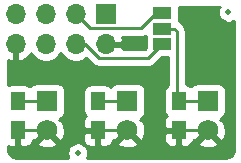
<source format=gbr>
%TF.GenerationSoftware,KiCad,Pcbnew,(5.1.10-1-10_14)*%
%TF.CreationDate,2022-01-10T10:47:52-08:00*%
%TF.ProjectId,ThermistorExpander-kicad,54686572-6d69-4737-946f-72457870616e,rev?*%
%TF.SameCoordinates,Original*%
%TF.FileFunction,Copper,L2,Bot*%
%TF.FilePolarity,Positive*%
%FSLAX46Y46*%
G04 Gerber Fmt 4.6, Leading zero omitted, Abs format (unit mm)*
G04 Created by KiCad (PCBNEW (5.1.10-1-10_14)) date 2022-01-10 10:47:52*
%MOMM*%
%LPD*%
G01*
G04 APERTURE LIST*
%TA.AperFunction,SMDPad,CuDef*%
%ADD10C,0.500000*%
%TD*%
%TA.AperFunction,SMDPad,CuDef*%
%ADD11R,1.250000X1.500000*%
%TD*%
%TA.AperFunction,ComponentPad*%
%ADD12R,1.700000X1.700000*%
%TD*%
%TA.AperFunction,ComponentPad*%
%ADD13O,1.700000X1.700000*%
%TD*%
%TA.AperFunction,ComponentPad*%
%ADD14R,1.750000X1.750000*%
%TD*%
%TA.AperFunction,ComponentPad*%
%ADD15C,1.750000*%
%TD*%
%TA.AperFunction,SMDPad,CuDef*%
%ADD16R,1.500000X1.000000*%
%TD*%
%TA.AperFunction,ViaPad*%
%ADD17C,0.800000*%
%TD*%
%TA.AperFunction,Conductor*%
%ADD18C,0.250000*%
%TD*%
%TA.AperFunction,Conductor*%
%ADD19C,0.254000*%
%TD*%
%TA.AperFunction,Conductor*%
%ADD20C,0.100000*%
%TD*%
G04 APERTURE END LIST*
D10*
%TO.P,FID2,~*%
%TO.N,N/C*%
X138658600Y-74752200D03*
%TD*%
%TO.P,FID1,~*%
%TO.N,N/C*%
X125882400Y-86664800D03*
%TD*%
D11*
%TO.P,C4,1*%
%TO.N,/TH4*%
X134442200Y-82258600D03*
%TO.P,C4,2*%
%TO.N,GND*%
X134442200Y-84758600D03*
%TD*%
%TO.P,C3,1*%
%TO.N,/TH3*%
X127609600Y-82265200D03*
%TO.P,C3,2*%
%TO.N,GND*%
X127609600Y-84765200D03*
%TD*%
%TO.P,C2,1*%
%TO.N,/TH2*%
X120827800Y-82265200D03*
%TO.P,C2,2*%
%TO.N,GND*%
X120827800Y-84765200D03*
%TD*%
D12*
%TO.P,J1,1*%
%TO.N,Net-(J1-Pad1)*%
X128270000Y-74930000D03*
D13*
%TO.P,J1,2*%
%TO.N,GND*%
X128270000Y-77470000D03*
%TO.P,J1,3*%
%TO.N,/V2.0*%
X125730000Y-74930000D03*
%TO.P,J1,4*%
%TO.N,/V3.0*%
X125730000Y-77470000D03*
%TO.P,J1,5*%
%TO.N,/TH2*%
X123190000Y-74930000D03*
%TO.P,J1,6*%
%TO.N,/TH3*%
X123190000Y-77470000D03*
%TO.P,J1,7*%
%TO.N,Net-(J1-Pad7)*%
X120650000Y-74930000D03*
%TO.P,J1,8*%
%TO.N,GND*%
X120650000Y-77470000D03*
%TD*%
D14*
%TO.P,J4,1*%
%TO.N,/TH4*%
X136906000Y-82270600D03*
D15*
%TO.P,J4,2*%
%TO.N,GND*%
X136906000Y-84770600D03*
%TD*%
D14*
%TO.P,J3,1*%
%TO.N,/TH3*%
X130098800Y-82270600D03*
D15*
%TO.P,J3,2*%
%TO.N,GND*%
X130098800Y-84770600D03*
%TD*%
D14*
%TO.P,J2,1*%
%TO.N,/TH2*%
X123291600Y-82270600D03*
D15*
%TO.P,J2,2*%
%TO.N,GND*%
X123291600Y-84770600D03*
%TD*%
D16*
%TO.P,JP1,1*%
%TO.N,/V3.0*%
X133070600Y-77449200D03*
%TO.P,JP1,2*%
%TO.N,/TH4*%
X133070600Y-76149200D03*
%TO.P,JP1,3*%
%TO.N,/V2.0*%
X133070600Y-74849200D03*
%TD*%
D17*
%TO.N,GND*%
X136601200Y-76022200D03*
%TD*%
D18*
%TO.N,/TH2*%
X120670000Y-82270600D02*
X120650000Y-82290600D01*
X120833200Y-82270600D02*
X120827800Y-82265200D01*
X123291600Y-82270600D02*
X120833200Y-82270600D01*
%TO.N,GND*%
X136894000Y-84758600D02*
X136906000Y-84770600D01*
X134442200Y-84758600D02*
X136894000Y-84758600D01*
X130093400Y-84765200D02*
X130098800Y-84770600D01*
X127609600Y-84765200D02*
X130093400Y-84765200D01*
X123286200Y-84765200D02*
X123291600Y-84770600D01*
X120827800Y-84765200D02*
X123286200Y-84765200D01*
%TO.N,/TH3*%
X127528000Y-82270600D02*
X127457200Y-82341400D01*
X130093400Y-82265200D02*
X130098800Y-82270600D01*
X127609600Y-82265200D02*
X130093400Y-82265200D01*
%TO.N,/TH4*%
X134264400Y-76343000D02*
X134264400Y-82296000D01*
X134070600Y-76149200D02*
X134264400Y-76343000D01*
X133070600Y-76149200D02*
X134070600Y-76149200D01*
X136894000Y-82258600D02*
X136906000Y-82270600D01*
X134442200Y-82258600D02*
X136894000Y-82258600D01*
%TO.N,/V2.0*%
X132535598Y-74849200D02*
X133070600Y-74849200D01*
X126905001Y-76105001D02*
X131279797Y-76105001D01*
X131279797Y-76105001D02*
X132535598Y-74849200D01*
X125730000Y-74930000D02*
X126905001Y-76105001D01*
%TO.N,/V3.0*%
X127705999Y-78645001D02*
X131874799Y-78645001D01*
X131874799Y-78645001D02*
X133070600Y-77449200D01*
X126530998Y-77470000D02*
X127705999Y-78645001D01*
X125730000Y-77470000D02*
X126530998Y-77470000D01*
%TD*%
D19*
%TO.N,GND*%
X137874323Y-74332995D02*
X137807610Y-74494055D01*
X137773600Y-74665035D01*
X137773600Y-74839365D01*
X137807610Y-75010345D01*
X137874323Y-75171405D01*
X137971176Y-75316355D01*
X138094445Y-75439624D01*
X138239395Y-75536477D01*
X138400455Y-75603190D01*
X138571435Y-75637200D01*
X138745765Y-75637200D01*
X138916745Y-75603190D01*
X139077805Y-75536477D01*
X139116201Y-75510822D01*
X139116200Y-86429321D01*
X139101478Y-86579469D01*
X139067247Y-86692846D01*
X139011646Y-86797417D01*
X138936794Y-86889195D01*
X138845535Y-86964691D01*
X138741360Y-87021019D01*
X138628224Y-87056040D01*
X138480179Y-87071600D01*
X126671815Y-87071600D01*
X126733390Y-86922945D01*
X126767400Y-86751965D01*
X126767400Y-86577635D01*
X126733390Y-86406655D01*
X126666677Y-86245595D01*
X126569824Y-86100645D01*
X126446555Y-85977376D01*
X126301605Y-85880523D01*
X126140545Y-85813810D01*
X125969565Y-85779800D01*
X125795235Y-85779800D01*
X125624255Y-85813810D01*
X125463195Y-85880523D01*
X125318245Y-85977376D01*
X125194976Y-86100645D01*
X125098123Y-86245595D01*
X125031410Y-86406655D01*
X124997400Y-86577635D01*
X124997400Y-86751965D01*
X125031410Y-86922945D01*
X125092985Y-87071600D01*
X120656879Y-87071600D01*
X120506731Y-87056878D01*
X120393354Y-87022647D01*
X120288783Y-86967046D01*
X120197005Y-86892194D01*
X120121509Y-86800935D01*
X120065181Y-86696760D01*
X120030160Y-86583624D01*
X120014600Y-86435579D01*
X120014600Y-86121683D01*
X120078318Y-86141012D01*
X120202800Y-86153272D01*
X120542050Y-86150200D01*
X120700800Y-85991450D01*
X120700800Y-84892200D01*
X120680800Y-84892200D01*
X120680800Y-84638200D01*
X120700800Y-84638200D01*
X120700800Y-84618200D01*
X120954800Y-84618200D01*
X120954800Y-84638200D01*
X120974800Y-84638200D01*
X120974800Y-84892200D01*
X120954800Y-84892200D01*
X120954800Y-85991450D01*
X121113550Y-86150200D01*
X121452800Y-86153272D01*
X121577282Y-86141012D01*
X121696980Y-86104702D01*
X121807294Y-86045737D01*
X121903985Y-85966385D01*
X121983337Y-85869694D01*
X122011588Y-85816840D01*
X122424965Y-85816840D01*
X122505625Y-86068468D01*
X122773929Y-86196867D01*
X123062126Y-86270455D01*
X123359143Y-86286404D01*
X123653563Y-86244101D01*
X123934074Y-86145172D01*
X124077575Y-86068468D01*
X124158235Y-85816840D01*
X123291600Y-84950205D01*
X122424965Y-85816840D01*
X122011588Y-85816840D01*
X122042302Y-85759380D01*
X122078612Y-85639682D01*
X122083949Y-85585494D01*
X122245360Y-85637235D01*
X123111995Y-84770600D01*
X123097853Y-84756458D01*
X123277458Y-84576853D01*
X123291600Y-84590995D01*
X123305743Y-84576853D01*
X123485348Y-84756458D01*
X123471205Y-84770600D01*
X124337840Y-85637235D01*
X124589468Y-85556575D01*
X124609268Y-85515200D01*
X126346528Y-85515200D01*
X126358788Y-85639682D01*
X126395098Y-85759380D01*
X126454063Y-85869694D01*
X126533415Y-85966385D01*
X126630106Y-86045737D01*
X126740420Y-86104702D01*
X126860118Y-86141012D01*
X126984600Y-86153272D01*
X127323850Y-86150200D01*
X127482600Y-85991450D01*
X127482600Y-84892200D01*
X126508350Y-84892200D01*
X126349600Y-85050950D01*
X126346528Y-85515200D01*
X124609268Y-85515200D01*
X124717867Y-85288271D01*
X124791455Y-85000074D01*
X124807404Y-84703057D01*
X124765101Y-84408637D01*
X124666172Y-84128126D01*
X124589468Y-83984625D01*
X124337842Y-83903966D01*
X124453867Y-83787941D01*
X124403298Y-83737372D01*
X124410780Y-83735102D01*
X124521094Y-83676137D01*
X124617785Y-83596785D01*
X124697137Y-83500094D01*
X124756102Y-83389780D01*
X124792412Y-83270082D01*
X124804672Y-83145600D01*
X124804672Y-81515200D01*
X126346528Y-81515200D01*
X126346528Y-83015200D01*
X126358788Y-83139682D01*
X126395098Y-83259380D01*
X126454063Y-83369694D01*
X126533415Y-83466385D01*
X126592896Y-83515200D01*
X126533415Y-83564015D01*
X126454063Y-83660706D01*
X126395098Y-83771020D01*
X126358788Y-83890718D01*
X126346528Y-84015200D01*
X126349600Y-84479450D01*
X126508350Y-84638200D01*
X127482600Y-84638200D01*
X127482600Y-84618200D01*
X127736600Y-84618200D01*
X127736600Y-84638200D01*
X127756600Y-84638200D01*
X127756600Y-84892200D01*
X127736600Y-84892200D01*
X127736600Y-85991450D01*
X127895350Y-86150200D01*
X128234600Y-86153272D01*
X128359082Y-86141012D01*
X128478780Y-86104702D01*
X128589094Y-86045737D01*
X128685785Y-85966385D01*
X128765137Y-85869694D01*
X128793388Y-85816840D01*
X129232165Y-85816840D01*
X129312825Y-86068468D01*
X129581129Y-86196867D01*
X129869326Y-86270455D01*
X130166343Y-86286404D01*
X130460763Y-86244101D01*
X130741274Y-86145172D01*
X130884775Y-86068468D01*
X130965435Y-85816840D01*
X130098800Y-84950205D01*
X129232165Y-85816840D01*
X128793388Y-85816840D01*
X128824102Y-85759380D01*
X128860412Y-85639682D01*
X128866526Y-85577601D01*
X129052560Y-85637235D01*
X129919195Y-84770600D01*
X129905053Y-84756458D01*
X130084658Y-84576853D01*
X130098800Y-84590995D01*
X130112943Y-84576853D01*
X130292548Y-84756458D01*
X130278405Y-84770600D01*
X131145040Y-85637235D01*
X131396668Y-85556575D01*
X131419626Y-85508600D01*
X133179128Y-85508600D01*
X133191388Y-85633082D01*
X133227698Y-85752780D01*
X133286663Y-85863094D01*
X133366015Y-85959785D01*
X133462706Y-86039137D01*
X133573020Y-86098102D01*
X133692718Y-86134412D01*
X133817200Y-86146672D01*
X134156450Y-86143600D01*
X134315200Y-85984850D01*
X134315200Y-84885600D01*
X133340950Y-84885600D01*
X133182200Y-85044350D01*
X133179128Y-85508600D01*
X131419626Y-85508600D01*
X131525067Y-85288271D01*
X131598655Y-85000074D01*
X131614604Y-84703057D01*
X131572301Y-84408637D01*
X131473372Y-84128126D01*
X131396668Y-83984625D01*
X131145042Y-83903966D01*
X131261067Y-83787941D01*
X131210498Y-83737372D01*
X131217980Y-83735102D01*
X131328294Y-83676137D01*
X131424985Y-83596785D01*
X131504337Y-83500094D01*
X131563302Y-83389780D01*
X131599612Y-83270082D01*
X131611872Y-83145600D01*
X131611872Y-81395600D01*
X131599612Y-81271118D01*
X131563302Y-81151420D01*
X131504337Y-81041106D01*
X131424985Y-80944415D01*
X131328294Y-80865063D01*
X131217980Y-80806098D01*
X131098282Y-80769788D01*
X130973800Y-80757528D01*
X129223800Y-80757528D01*
X129099318Y-80769788D01*
X128979620Y-80806098D01*
X128869306Y-80865063D01*
X128772615Y-80944415D01*
X128693263Y-81041106D01*
X128682471Y-81061296D01*
X128589094Y-80984663D01*
X128478780Y-80925698D01*
X128359082Y-80889388D01*
X128234600Y-80877128D01*
X126984600Y-80877128D01*
X126860118Y-80889388D01*
X126740420Y-80925698D01*
X126630106Y-80984663D01*
X126533415Y-81064015D01*
X126454063Y-81160706D01*
X126395098Y-81271020D01*
X126358788Y-81390718D01*
X126346528Y-81515200D01*
X124804672Y-81515200D01*
X124804672Y-81395600D01*
X124792412Y-81271118D01*
X124756102Y-81151420D01*
X124697137Y-81041106D01*
X124617785Y-80944415D01*
X124521094Y-80865063D01*
X124410780Y-80806098D01*
X124291082Y-80769788D01*
X124166600Y-80757528D01*
X122416600Y-80757528D01*
X122292118Y-80769788D01*
X122172420Y-80806098D01*
X122062106Y-80865063D01*
X121965415Y-80944415D01*
X121886063Y-81041106D01*
X121883016Y-81046806D01*
X121807294Y-80984663D01*
X121696980Y-80925698D01*
X121577282Y-80889388D01*
X121452800Y-80877128D01*
X120202800Y-80877128D01*
X120078318Y-80889388D01*
X120014600Y-80908717D01*
X120014600Y-78804285D01*
X120145901Y-78866825D01*
X120293110Y-78911476D01*
X120523000Y-78790155D01*
X120523000Y-77597000D01*
X120503000Y-77597000D01*
X120503000Y-77343000D01*
X120523000Y-77343000D01*
X120523000Y-77323000D01*
X120777000Y-77323000D01*
X120777000Y-77343000D01*
X120797000Y-77343000D01*
X120797000Y-77597000D01*
X120777000Y-77597000D01*
X120777000Y-78790155D01*
X121006890Y-78911476D01*
X121154099Y-78866825D01*
X121416920Y-78741641D01*
X121650269Y-78567588D01*
X121845178Y-78351355D01*
X121914805Y-78234466D01*
X122036525Y-78416632D01*
X122243368Y-78623475D01*
X122486589Y-78785990D01*
X122756842Y-78897932D01*
X123043740Y-78955000D01*
X123336260Y-78955000D01*
X123623158Y-78897932D01*
X123893411Y-78785990D01*
X124136632Y-78623475D01*
X124343475Y-78416632D01*
X124460000Y-78242240D01*
X124576525Y-78416632D01*
X124783368Y-78623475D01*
X125026589Y-78785990D01*
X125296842Y-78897932D01*
X125583740Y-78955000D01*
X125876260Y-78955000D01*
X126163158Y-78897932D01*
X126433411Y-78785990D01*
X126636492Y-78650296D01*
X127142200Y-79156004D01*
X127165998Y-79185002D01*
X127281723Y-79279975D01*
X127413752Y-79350547D01*
X127557013Y-79394004D01*
X127668666Y-79405001D01*
X127668675Y-79405001D01*
X127705998Y-79408677D01*
X127743321Y-79405001D01*
X131837477Y-79405001D01*
X131874799Y-79408677D01*
X131912121Y-79405001D01*
X131912132Y-79405001D01*
X132023785Y-79394004D01*
X132167046Y-79350547D01*
X132299075Y-79279975D01*
X132414800Y-79185002D01*
X132438603Y-79155998D01*
X133007329Y-78587272D01*
X133504400Y-78587272D01*
X133504401Y-80955776D01*
X133462706Y-80978063D01*
X133366015Y-81057415D01*
X133286663Y-81154106D01*
X133227698Y-81264420D01*
X133191388Y-81384118D01*
X133179128Y-81508600D01*
X133179128Y-83008600D01*
X133191388Y-83133082D01*
X133227698Y-83252780D01*
X133286663Y-83363094D01*
X133366015Y-83459785D01*
X133425496Y-83508600D01*
X133366015Y-83557415D01*
X133286663Y-83654106D01*
X133227698Y-83764420D01*
X133191388Y-83884118D01*
X133179128Y-84008600D01*
X133182200Y-84472850D01*
X133340950Y-84631600D01*
X134315200Y-84631600D01*
X134315200Y-84611600D01*
X134569200Y-84611600D01*
X134569200Y-84631600D01*
X134589200Y-84631600D01*
X134589200Y-84885600D01*
X134569200Y-84885600D01*
X134569200Y-85984850D01*
X134727950Y-86143600D01*
X135067200Y-86146672D01*
X135191682Y-86134412D01*
X135311380Y-86098102D01*
X135421694Y-86039137D01*
X135518385Y-85959785D01*
X135597737Y-85863094D01*
X135622460Y-85816840D01*
X136039365Y-85816840D01*
X136120025Y-86068468D01*
X136388329Y-86196867D01*
X136676526Y-86270455D01*
X136973543Y-86286404D01*
X137267963Y-86244101D01*
X137548474Y-86145172D01*
X137691975Y-86068468D01*
X137772635Y-85816840D01*
X136906000Y-84950205D01*
X136039365Y-85816840D01*
X135622460Y-85816840D01*
X135656702Y-85752780D01*
X135693012Y-85633082D01*
X135697719Y-85585292D01*
X135859760Y-85637235D01*
X136726395Y-84770600D01*
X136712253Y-84756458D01*
X136891858Y-84576853D01*
X136906000Y-84590995D01*
X136920143Y-84576853D01*
X137099748Y-84756458D01*
X137085605Y-84770600D01*
X137952240Y-85637235D01*
X138203868Y-85556575D01*
X138332267Y-85288271D01*
X138405855Y-85000074D01*
X138421804Y-84703057D01*
X138379501Y-84408637D01*
X138280572Y-84128126D01*
X138203868Y-83984625D01*
X137952242Y-83903966D01*
X138068267Y-83787941D01*
X138017698Y-83737372D01*
X138025180Y-83735102D01*
X138135494Y-83676137D01*
X138232185Y-83596785D01*
X138311537Y-83500094D01*
X138370502Y-83389780D01*
X138406812Y-83270082D01*
X138419072Y-83145600D01*
X138419072Y-81395600D01*
X138406812Y-81271118D01*
X138370502Y-81151420D01*
X138311537Y-81041106D01*
X138232185Y-80944415D01*
X138135494Y-80865063D01*
X138025180Y-80806098D01*
X137905482Y-80769788D01*
X137781000Y-80757528D01*
X136031000Y-80757528D01*
X135906518Y-80769788D01*
X135786820Y-80806098D01*
X135676506Y-80865063D01*
X135579815Y-80944415D01*
X135500463Y-81041106D01*
X135499868Y-81042219D01*
X135421694Y-80978063D01*
X135311380Y-80919098D01*
X135191682Y-80882788D01*
X135067200Y-80870528D01*
X135024400Y-80870528D01*
X135024400Y-76380333D01*
X135028077Y-76343000D01*
X135013403Y-76194014D01*
X134995348Y-76134494D01*
X134969946Y-76050753D01*
X134899374Y-75918724D01*
X134804401Y-75802999D01*
X134775398Y-75779197D01*
X134634404Y-75638203D01*
X134610601Y-75609199D01*
X134494876Y-75514226D01*
X134442591Y-75486279D01*
X134446412Y-75473682D01*
X134458672Y-75349200D01*
X134458672Y-74349200D01*
X134453295Y-74294600D01*
X137899978Y-74294600D01*
X137874323Y-74332995D01*
%TA.AperFunction,Conductor*%
D20*
G36*
X137874323Y-74332995D02*
G01*
X137807610Y-74494055D01*
X137773600Y-74665035D01*
X137773600Y-74839365D01*
X137807610Y-75010345D01*
X137874323Y-75171405D01*
X137971176Y-75316355D01*
X138094445Y-75439624D01*
X138239395Y-75536477D01*
X138400455Y-75603190D01*
X138571435Y-75637200D01*
X138745765Y-75637200D01*
X138916745Y-75603190D01*
X139077805Y-75536477D01*
X139116201Y-75510822D01*
X139116200Y-86429321D01*
X139101478Y-86579469D01*
X139067247Y-86692846D01*
X139011646Y-86797417D01*
X138936794Y-86889195D01*
X138845535Y-86964691D01*
X138741360Y-87021019D01*
X138628224Y-87056040D01*
X138480179Y-87071600D01*
X126671815Y-87071600D01*
X126733390Y-86922945D01*
X126767400Y-86751965D01*
X126767400Y-86577635D01*
X126733390Y-86406655D01*
X126666677Y-86245595D01*
X126569824Y-86100645D01*
X126446555Y-85977376D01*
X126301605Y-85880523D01*
X126140545Y-85813810D01*
X125969565Y-85779800D01*
X125795235Y-85779800D01*
X125624255Y-85813810D01*
X125463195Y-85880523D01*
X125318245Y-85977376D01*
X125194976Y-86100645D01*
X125098123Y-86245595D01*
X125031410Y-86406655D01*
X124997400Y-86577635D01*
X124997400Y-86751965D01*
X125031410Y-86922945D01*
X125092985Y-87071600D01*
X120656879Y-87071600D01*
X120506731Y-87056878D01*
X120393354Y-87022647D01*
X120288783Y-86967046D01*
X120197005Y-86892194D01*
X120121509Y-86800935D01*
X120065181Y-86696760D01*
X120030160Y-86583624D01*
X120014600Y-86435579D01*
X120014600Y-86121683D01*
X120078318Y-86141012D01*
X120202800Y-86153272D01*
X120542050Y-86150200D01*
X120700800Y-85991450D01*
X120700800Y-84892200D01*
X120680800Y-84892200D01*
X120680800Y-84638200D01*
X120700800Y-84638200D01*
X120700800Y-84618200D01*
X120954800Y-84618200D01*
X120954800Y-84638200D01*
X120974800Y-84638200D01*
X120974800Y-84892200D01*
X120954800Y-84892200D01*
X120954800Y-85991450D01*
X121113550Y-86150200D01*
X121452800Y-86153272D01*
X121577282Y-86141012D01*
X121696980Y-86104702D01*
X121807294Y-86045737D01*
X121903985Y-85966385D01*
X121983337Y-85869694D01*
X122011588Y-85816840D01*
X122424965Y-85816840D01*
X122505625Y-86068468D01*
X122773929Y-86196867D01*
X123062126Y-86270455D01*
X123359143Y-86286404D01*
X123653563Y-86244101D01*
X123934074Y-86145172D01*
X124077575Y-86068468D01*
X124158235Y-85816840D01*
X123291600Y-84950205D01*
X122424965Y-85816840D01*
X122011588Y-85816840D01*
X122042302Y-85759380D01*
X122078612Y-85639682D01*
X122083949Y-85585494D01*
X122245360Y-85637235D01*
X123111995Y-84770600D01*
X123097853Y-84756458D01*
X123277458Y-84576853D01*
X123291600Y-84590995D01*
X123305743Y-84576853D01*
X123485348Y-84756458D01*
X123471205Y-84770600D01*
X124337840Y-85637235D01*
X124589468Y-85556575D01*
X124609268Y-85515200D01*
X126346528Y-85515200D01*
X126358788Y-85639682D01*
X126395098Y-85759380D01*
X126454063Y-85869694D01*
X126533415Y-85966385D01*
X126630106Y-86045737D01*
X126740420Y-86104702D01*
X126860118Y-86141012D01*
X126984600Y-86153272D01*
X127323850Y-86150200D01*
X127482600Y-85991450D01*
X127482600Y-84892200D01*
X126508350Y-84892200D01*
X126349600Y-85050950D01*
X126346528Y-85515200D01*
X124609268Y-85515200D01*
X124717867Y-85288271D01*
X124791455Y-85000074D01*
X124807404Y-84703057D01*
X124765101Y-84408637D01*
X124666172Y-84128126D01*
X124589468Y-83984625D01*
X124337842Y-83903966D01*
X124453867Y-83787941D01*
X124403298Y-83737372D01*
X124410780Y-83735102D01*
X124521094Y-83676137D01*
X124617785Y-83596785D01*
X124697137Y-83500094D01*
X124756102Y-83389780D01*
X124792412Y-83270082D01*
X124804672Y-83145600D01*
X124804672Y-81515200D01*
X126346528Y-81515200D01*
X126346528Y-83015200D01*
X126358788Y-83139682D01*
X126395098Y-83259380D01*
X126454063Y-83369694D01*
X126533415Y-83466385D01*
X126592896Y-83515200D01*
X126533415Y-83564015D01*
X126454063Y-83660706D01*
X126395098Y-83771020D01*
X126358788Y-83890718D01*
X126346528Y-84015200D01*
X126349600Y-84479450D01*
X126508350Y-84638200D01*
X127482600Y-84638200D01*
X127482600Y-84618200D01*
X127736600Y-84618200D01*
X127736600Y-84638200D01*
X127756600Y-84638200D01*
X127756600Y-84892200D01*
X127736600Y-84892200D01*
X127736600Y-85991450D01*
X127895350Y-86150200D01*
X128234600Y-86153272D01*
X128359082Y-86141012D01*
X128478780Y-86104702D01*
X128589094Y-86045737D01*
X128685785Y-85966385D01*
X128765137Y-85869694D01*
X128793388Y-85816840D01*
X129232165Y-85816840D01*
X129312825Y-86068468D01*
X129581129Y-86196867D01*
X129869326Y-86270455D01*
X130166343Y-86286404D01*
X130460763Y-86244101D01*
X130741274Y-86145172D01*
X130884775Y-86068468D01*
X130965435Y-85816840D01*
X130098800Y-84950205D01*
X129232165Y-85816840D01*
X128793388Y-85816840D01*
X128824102Y-85759380D01*
X128860412Y-85639682D01*
X128866526Y-85577601D01*
X129052560Y-85637235D01*
X129919195Y-84770600D01*
X129905053Y-84756458D01*
X130084658Y-84576853D01*
X130098800Y-84590995D01*
X130112943Y-84576853D01*
X130292548Y-84756458D01*
X130278405Y-84770600D01*
X131145040Y-85637235D01*
X131396668Y-85556575D01*
X131419626Y-85508600D01*
X133179128Y-85508600D01*
X133191388Y-85633082D01*
X133227698Y-85752780D01*
X133286663Y-85863094D01*
X133366015Y-85959785D01*
X133462706Y-86039137D01*
X133573020Y-86098102D01*
X133692718Y-86134412D01*
X133817200Y-86146672D01*
X134156450Y-86143600D01*
X134315200Y-85984850D01*
X134315200Y-84885600D01*
X133340950Y-84885600D01*
X133182200Y-85044350D01*
X133179128Y-85508600D01*
X131419626Y-85508600D01*
X131525067Y-85288271D01*
X131598655Y-85000074D01*
X131614604Y-84703057D01*
X131572301Y-84408637D01*
X131473372Y-84128126D01*
X131396668Y-83984625D01*
X131145042Y-83903966D01*
X131261067Y-83787941D01*
X131210498Y-83737372D01*
X131217980Y-83735102D01*
X131328294Y-83676137D01*
X131424985Y-83596785D01*
X131504337Y-83500094D01*
X131563302Y-83389780D01*
X131599612Y-83270082D01*
X131611872Y-83145600D01*
X131611872Y-81395600D01*
X131599612Y-81271118D01*
X131563302Y-81151420D01*
X131504337Y-81041106D01*
X131424985Y-80944415D01*
X131328294Y-80865063D01*
X131217980Y-80806098D01*
X131098282Y-80769788D01*
X130973800Y-80757528D01*
X129223800Y-80757528D01*
X129099318Y-80769788D01*
X128979620Y-80806098D01*
X128869306Y-80865063D01*
X128772615Y-80944415D01*
X128693263Y-81041106D01*
X128682471Y-81061296D01*
X128589094Y-80984663D01*
X128478780Y-80925698D01*
X128359082Y-80889388D01*
X128234600Y-80877128D01*
X126984600Y-80877128D01*
X126860118Y-80889388D01*
X126740420Y-80925698D01*
X126630106Y-80984663D01*
X126533415Y-81064015D01*
X126454063Y-81160706D01*
X126395098Y-81271020D01*
X126358788Y-81390718D01*
X126346528Y-81515200D01*
X124804672Y-81515200D01*
X124804672Y-81395600D01*
X124792412Y-81271118D01*
X124756102Y-81151420D01*
X124697137Y-81041106D01*
X124617785Y-80944415D01*
X124521094Y-80865063D01*
X124410780Y-80806098D01*
X124291082Y-80769788D01*
X124166600Y-80757528D01*
X122416600Y-80757528D01*
X122292118Y-80769788D01*
X122172420Y-80806098D01*
X122062106Y-80865063D01*
X121965415Y-80944415D01*
X121886063Y-81041106D01*
X121883016Y-81046806D01*
X121807294Y-80984663D01*
X121696980Y-80925698D01*
X121577282Y-80889388D01*
X121452800Y-80877128D01*
X120202800Y-80877128D01*
X120078318Y-80889388D01*
X120014600Y-80908717D01*
X120014600Y-78804285D01*
X120145901Y-78866825D01*
X120293110Y-78911476D01*
X120523000Y-78790155D01*
X120523000Y-77597000D01*
X120503000Y-77597000D01*
X120503000Y-77343000D01*
X120523000Y-77343000D01*
X120523000Y-77323000D01*
X120777000Y-77323000D01*
X120777000Y-77343000D01*
X120797000Y-77343000D01*
X120797000Y-77597000D01*
X120777000Y-77597000D01*
X120777000Y-78790155D01*
X121006890Y-78911476D01*
X121154099Y-78866825D01*
X121416920Y-78741641D01*
X121650269Y-78567588D01*
X121845178Y-78351355D01*
X121914805Y-78234466D01*
X122036525Y-78416632D01*
X122243368Y-78623475D01*
X122486589Y-78785990D01*
X122756842Y-78897932D01*
X123043740Y-78955000D01*
X123336260Y-78955000D01*
X123623158Y-78897932D01*
X123893411Y-78785990D01*
X124136632Y-78623475D01*
X124343475Y-78416632D01*
X124460000Y-78242240D01*
X124576525Y-78416632D01*
X124783368Y-78623475D01*
X125026589Y-78785990D01*
X125296842Y-78897932D01*
X125583740Y-78955000D01*
X125876260Y-78955000D01*
X126163158Y-78897932D01*
X126433411Y-78785990D01*
X126636492Y-78650296D01*
X127142200Y-79156004D01*
X127165998Y-79185002D01*
X127281723Y-79279975D01*
X127413752Y-79350547D01*
X127557013Y-79394004D01*
X127668666Y-79405001D01*
X127668675Y-79405001D01*
X127705998Y-79408677D01*
X127743321Y-79405001D01*
X131837477Y-79405001D01*
X131874799Y-79408677D01*
X131912121Y-79405001D01*
X131912132Y-79405001D01*
X132023785Y-79394004D01*
X132167046Y-79350547D01*
X132299075Y-79279975D01*
X132414800Y-79185002D01*
X132438603Y-79155998D01*
X133007329Y-78587272D01*
X133504400Y-78587272D01*
X133504401Y-80955776D01*
X133462706Y-80978063D01*
X133366015Y-81057415D01*
X133286663Y-81154106D01*
X133227698Y-81264420D01*
X133191388Y-81384118D01*
X133179128Y-81508600D01*
X133179128Y-83008600D01*
X133191388Y-83133082D01*
X133227698Y-83252780D01*
X133286663Y-83363094D01*
X133366015Y-83459785D01*
X133425496Y-83508600D01*
X133366015Y-83557415D01*
X133286663Y-83654106D01*
X133227698Y-83764420D01*
X133191388Y-83884118D01*
X133179128Y-84008600D01*
X133182200Y-84472850D01*
X133340950Y-84631600D01*
X134315200Y-84631600D01*
X134315200Y-84611600D01*
X134569200Y-84611600D01*
X134569200Y-84631600D01*
X134589200Y-84631600D01*
X134589200Y-84885600D01*
X134569200Y-84885600D01*
X134569200Y-85984850D01*
X134727950Y-86143600D01*
X135067200Y-86146672D01*
X135191682Y-86134412D01*
X135311380Y-86098102D01*
X135421694Y-86039137D01*
X135518385Y-85959785D01*
X135597737Y-85863094D01*
X135622460Y-85816840D01*
X136039365Y-85816840D01*
X136120025Y-86068468D01*
X136388329Y-86196867D01*
X136676526Y-86270455D01*
X136973543Y-86286404D01*
X137267963Y-86244101D01*
X137548474Y-86145172D01*
X137691975Y-86068468D01*
X137772635Y-85816840D01*
X136906000Y-84950205D01*
X136039365Y-85816840D01*
X135622460Y-85816840D01*
X135656702Y-85752780D01*
X135693012Y-85633082D01*
X135697719Y-85585292D01*
X135859760Y-85637235D01*
X136726395Y-84770600D01*
X136712253Y-84756458D01*
X136891858Y-84576853D01*
X136906000Y-84590995D01*
X136920143Y-84576853D01*
X137099748Y-84756458D01*
X137085605Y-84770600D01*
X137952240Y-85637235D01*
X138203868Y-85556575D01*
X138332267Y-85288271D01*
X138405855Y-85000074D01*
X138421804Y-84703057D01*
X138379501Y-84408637D01*
X138280572Y-84128126D01*
X138203868Y-83984625D01*
X137952242Y-83903966D01*
X138068267Y-83787941D01*
X138017698Y-83737372D01*
X138025180Y-83735102D01*
X138135494Y-83676137D01*
X138232185Y-83596785D01*
X138311537Y-83500094D01*
X138370502Y-83389780D01*
X138406812Y-83270082D01*
X138419072Y-83145600D01*
X138419072Y-81395600D01*
X138406812Y-81271118D01*
X138370502Y-81151420D01*
X138311537Y-81041106D01*
X138232185Y-80944415D01*
X138135494Y-80865063D01*
X138025180Y-80806098D01*
X137905482Y-80769788D01*
X137781000Y-80757528D01*
X136031000Y-80757528D01*
X135906518Y-80769788D01*
X135786820Y-80806098D01*
X135676506Y-80865063D01*
X135579815Y-80944415D01*
X135500463Y-81041106D01*
X135499868Y-81042219D01*
X135421694Y-80978063D01*
X135311380Y-80919098D01*
X135191682Y-80882788D01*
X135067200Y-80870528D01*
X135024400Y-80870528D01*
X135024400Y-76380333D01*
X135028077Y-76343000D01*
X135013403Y-76194014D01*
X134995348Y-76134494D01*
X134969946Y-76050753D01*
X134899374Y-75918724D01*
X134804401Y-75802999D01*
X134775398Y-75779197D01*
X134634404Y-75638203D01*
X134610601Y-75609199D01*
X134494876Y-75514226D01*
X134442591Y-75486279D01*
X134446412Y-75473682D01*
X134458672Y-75349200D01*
X134458672Y-74349200D01*
X134453295Y-74294600D01*
X137899978Y-74294600D01*
X137874323Y-74332995D01*
G37*
%TD.AperFunction*%
D19*
X131694788Y-76773682D02*
X131702529Y-76799200D01*
X131694788Y-76824718D01*
X131682528Y-76949200D01*
X131682528Y-77762471D01*
X131559998Y-77885001D01*
X129690868Y-77885001D01*
X129711481Y-77826891D01*
X129590814Y-77597000D01*
X128397000Y-77597000D01*
X128397000Y-77617000D01*
X128143000Y-77617000D01*
X128143000Y-77597000D01*
X128123000Y-77597000D01*
X128123000Y-77343000D01*
X128143000Y-77343000D01*
X128143000Y-77323000D01*
X128397000Y-77323000D01*
X128397000Y-77343000D01*
X129590814Y-77343000D01*
X129711481Y-77113109D01*
X129623470Y-76865001D01*
X131242475Y-76865001D01*
X131279797Y-76868677D01*
X131317119Y-76865001D01*
X131317130Y-76865001D01*
X131428783Y-76854004D01*
X131572044Y-76810547D01*
X131692099Y-76746376D01*
X131694788Y-76773682D01*
%TA.AperFunction,Conductor*%
D20*
G36*
X131694788Y-76773682D02*
G01*
X131702529Y-76799200D01*
X131694788Y-76824718D01*
X131682528Y-76949200D01*
X131682528Y-77762471D01*
X131559998Y-77885001D01*
X129690868Y-77885001D01*
X129711481Y-77826891D01*
X129590814Y-77597000D01*
X128397000Y-77597000D01*
X128397000Y-77617000D01*
X128143000Y-77617000D01*
X128143000Y-77597000D01*
X128123000Y-77597000D01*
X128123000Y-77343000D01*
X128143000Y-77343000D01*
X128143000Y-77323000D01*
X128397000Y-77323000D01*
X128397000Y-77343000D01*
X129590814Y-77343000D01*
X129711481Y-77113109D01*
X129623470Y-76865001D01*
X131242475Y-76865001D01*
X131279797Y-76868677D01*
X131317119Y-76865001D01*
X131317130Y-76865001D01*
X131428783Y-76854004D01*
X131572044Y-76810547D01*
X131692099Y-76746376D01*
X131694788Y-76773682D01*
G37*
%TD.AperFunction*%
%TD*%
M02*

</source>
